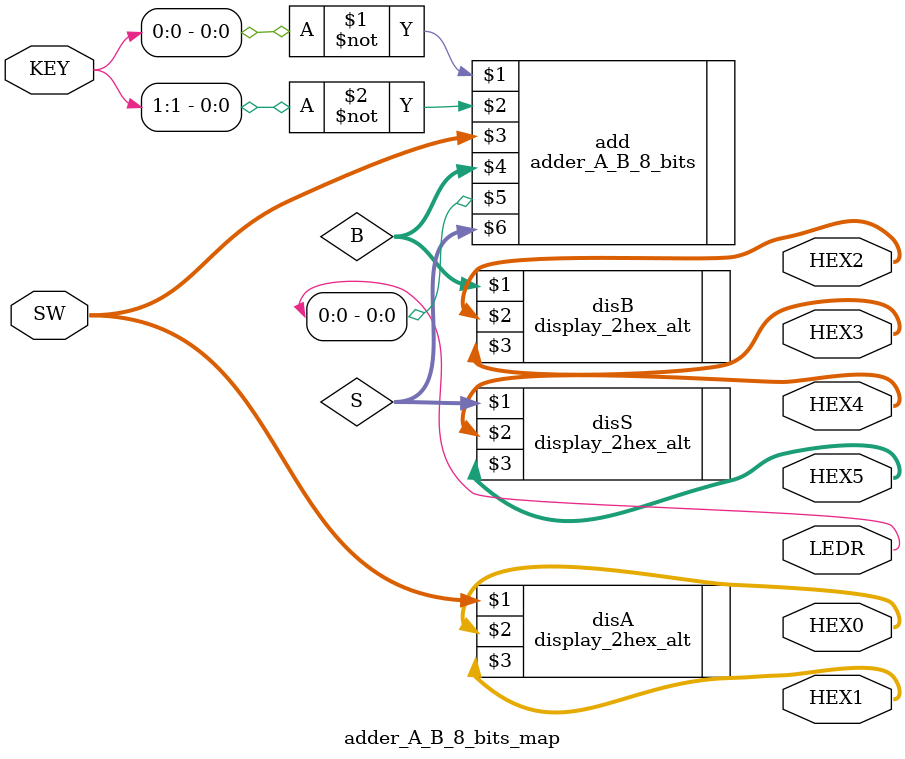
<source format=v>
module adder_A_B_8_bits_map(
	input [7:0] SW,
	input [0:1] KEY,
	output [0:6] HEX0,
	output [0:6] HEX1,
	output [0:6] HEX2,
	output [0:6] HEX3,
	output [0:6] HEX4,
	output [0:6] HEX5,
	output [0:4] LEDR);
	
	wire [7:0] B;
	wire [7:0] S;
	
	adder_A_B_8_bits add(~KEY[0], ~KEY[1], SW, B, LEDR[0], S);
	display_2hex_alt disA(SW, HEX0, HEX1);
	display_2hex_alt disB(B, HEX2, HEX3);
	display_2hex_alt disS(S, HEX4, HEX5);
	
endmodule
	
</source>
